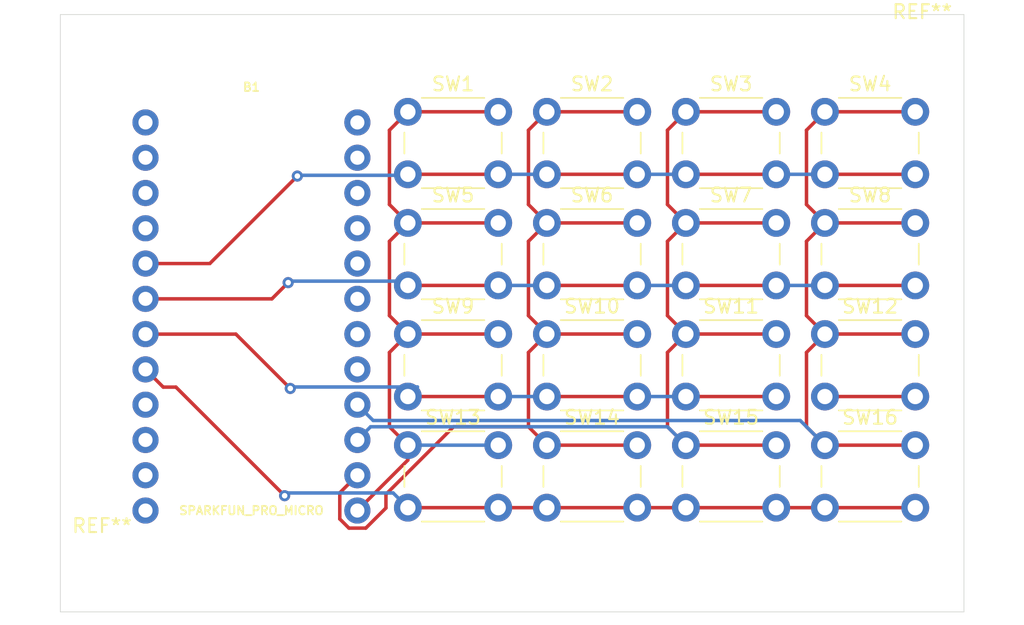
<source format=kicad_pcb>
(kicad_pcb (version 20240108) (generator "pcbnew") (generator_version "8.0")
  (layers (0 "F.Cu" signal) (31 "B.Cu" signal) (34 "B.Paste" user) (35 "F.Paste" user) (36 "B.SilkS" user "B.Silkscreen") (37 "F.SilkS" user "F.Silkscreen") (38 "B.Mask" user) (39 "F.Mask" user) (44 "Edge.Cuts" user))
  (net 0 "")
  (net 1 "Net-(B1-Pad1)")
  (net 2 "Net-(B1-Pad2)")
  (net 3 "Net-(B1-Pad3)")
  (net 4 "Net-(B1-Pad4)")
  (net 5 "Net-(B1-Pad5)")
  (net 6 "Net-(B1-Pad6)")
  (net 7 "Net-(B1-Pad7)")
  (net 8 "Net-(B1-Pad8)")
  (net 9 "Net-(B1-Pad9)")
  (net 10 "Net-(B1-Pad10)")
  (net 11 "Net-(B1-Pad11)")
  (net 12 "Net-(B1-Pad12)")
  (net 13 "Net-(B1-Pad13)")
  (net 14 "Net-(B1-Pad14)")
  (net 15 "Net-(B1-Pad15)")
  (net 16 "Net-(B1-Pad16)")
  (net 17 "Net-(B1-Pad17)")
  (net 18 "Net-(B1-Pad18)")
  (net 19 "Net-(B1-Pad19)")
  (net 20 "Net-(B1-Pad20)")
  (net 21 "Net-(B1-Pad21)")
  (net 22 "Net-(B1-Pad22)")
  (net 23 "Net-(B1-Pad23)")
  (net 24 "Net-(B1-Pad24)")
  (footprint "Boards:SPARKFUN_PRO_MICRO" (layer "F.Cu") (at 88.7476 45.466)
    (property "Reference" "B1" (at 0 -15.24 0) (layer "F.SilkS") (effects (font (size 0.6096 0.6096) (thickness 0.127))))
    (property "Value" "SPARKFUN_PRO_MICRO" (at 0 15.24 0) (layer "F.SilkS") (effects (font (size 0.6096 0.6096) (thickness 0.127))))
    (pad "1" thru_hole circle (at -7.62 -12.7) (size 1.8796 1.8796) (drill 1.016) (layers "*.Cu" "*.Mask") (net 1 "Net-(B1-Pad1)"))
    (pad "2" thru_hole circle (at -7.62 -10.16) (size 1.8796 1.8796) (drill 1.016) (layers "*.Cu" "*.Mask") (net 2 "Net-(B1-Pad2)"))
    (pad "3" thru_hole circle (at -7.62 -7.62) (size 1.8796 1.8796) (drill 1.016) (layers "*.Cu" "*.Mask") (net 3 "Net-(B1-Pad3)"))
    (pad "4" thru_hole circle (at -7.62 -5.08) (size 1.8796 1.8796) (drill 1.016) (layers "*.Cu" "*.Mask") (net 4 "Net-(B1-Pad4)"))
    (pad "5" thru_hole circle (at -7.62 -2.54) (size 1.8796 1.8796) (drill 1.016) (layers "*.Cu" "*.Mask") (net 5 "Net-(B1-Pad5)"))
    (pad "6" thru_hole circle (at -7.62 0) (size 1.8796 1.8796) (drill 1.016) (layers "*.Cu" "*.Mask") (net 6 "Net-(B1-Pad6)"))
    (pad "7" thru_hole circle (at -7.62 2.54) (size 1.8796 1.8796) (drill 1.016) (layers "*.Cu" "*.Mask") (net 7 "Net-(B1-Pad7)"))
    (pad "8" thru_hole circle (at -7.62 5.08) (size 1.8796 1.8796) (drill 1.016) (layers "*.Cu" "*.Mask") (net 8 "Net-(B1-Pad8)"))
    (pad "9" thru_hole circle (at -7.62 7.62) (size 1.8796 1.8796) (drill 1.016) (layers "*.Cu" "*.Mask") (net 9 "Net-(B1-Pad9)"))
    (pad "10" thru_hole circle (at -7.62 10.16) (size 1.8796 1.8796) (drill 1.016) (layers "*.Cu" "*.Mask") (net 10 "Net-(B1-Pad10)"))
    (pad "11" thru_hole circle (at -7.62 12.7) (size 1.8796 1.8796) (drill 1.016) (layers "*.Cu" "*.Mask") (net 11 "Net-(B1-Pad11)"))
    (pad "12" thru_hole circle (at -7.62 15.24) (size 1.8796 1.8796) (drill 1.016) (layers "*.Cu" "*.Mask") (net 12 "Net-(B1-Pad12)"))
    (pad "13" thru_hole circle (at 7.62 15.24) (size 1.8796 1.8796) (drill 1.016) (layers "*.Cu" "*.Mask") (net 13 "Net-(B1-Pad13)"))
    (pad "14" thru_hole circle (at 7.62 12.7) (size 1.8796 1.8796) (drill 1.016) (layers "*.Cu" "*.Mask") (net 14 "Net-(B1-Pad14)"))
    (pad "15" thru_hole circle (at 7.62 10.16) (size 1.8796 1.8796) (drill 1.016) (layers "*.Cu" "*.Mask") (net 15 "Net-(B1-Pad15)"))
    (pad "16" thru_hole circle (at 7.62 7.62) (size 1.8796 1.8796) (drill 1.016) (layers "*.Cu" "*.Mask") (net 16 "Net-(B1-Pad16)"))
    (pad "17" thru_hole circle (at 7.62 5.08) (size 1.8796 1.8796) (drill 1.016) (layers "*.Cu" "*.Mask") (net 17 "Net-(B1-Pad17)"))
    (pad "18" thru_hole circle (at 7.62 2.54) (size 1.8796 1.8796) (drill 1.016) (layers "*.Cu" "*.Mask") (net 18 "Net-(B1-Pad18)"))
    (pad "19" thru_hole circle (at 7.62 0) (size 1.8796 1.8796) (drill 1.016) (layers "*.Cu" "*.Mask") (net 19 "Net-(B1-Pad19)"))
    (pad "20" thru_hole circle (at 7.62 -2.54) (size 1.8796 1.8796) (drill 1.016) (layers "*.Cu" "*.Mask") (net 20 "Net-(B1-Pad20)"))
    (pad "21" thru_hole circle (at 7.62 -5.08) (size 1.8796 1.8796) (drill 1.016) (layers "*.Cu" "*.Mask") (net 21 "Net-(B1-Pad21)"))
    (pad "22" thru_hole circle (at 7.62 -7.62) (size 1.8796 1.8796) (drill 1.016) (layers "*.Cu" "*.Mask") (net 22 "Net-(B1-Pad22)"))
    (pad "23" thru_hole circle (at 7.62 -10.16) (size 1.8796 1.8796) (drill 1.016) (layers "*.Cu" "*.Mask") (net 23 "Net-(B1-Pad23)"))
    (pad "24" thru_hole circle (at 7.62 -12.7) (size 1.8796 1.8796) (drill 1.016) (layers "*.Cu" "*.Mask") (net 24 "Net-(B1-Pad24)"))
  )
  (footprint "Button_Switch_THT:SW_PUSH_6mm_H4.3mm" (layer "F.Cu") (at 100 32)
    (property "Reference" "SW1" (at 3.25 -2 0) (layer "F.SilkS"))
    (property "Value" "SW")
    (fp_line (start -0.25 1.5) (end -0.25 3) (stroke (width 0.12)) (layer "F.SilkS"))
    (fp_line (start 1 5.5) (end 5.5 5.5) (stroke (width 0.12)) (layer "F.SilkS"))
    (fp_line (start 5.5 -1) (end 1 -1) (stroke (width 0.12)) (layer "F.SilkS"))
    (fp_line (start 6.75 3) (end 6.75 1.5) (stroke (width 0.12)) (layer "F.SilkS"))
    (pad "1" thru_hole circle (at 0 0 90) (size 2 2) (drill 1.1) (layers "*.Cu" "*.Mask") (net 13 "Net-(B1-Pad13)"))
    (pad "1" thru_hole circle (at 6.5 0 90) (size 2 2) (drill 1.1) (layers "*.Cu" "*.Mask") (net 13 "Net-(B1-Pad13)"))
    (pad "2" thru_hole circle (at 0 4.5 90) (size 2 2) (drill 1.1) (layers "*.Cu" "*.Mask") (net 5 "Net-(B1-Pad5)"))
    (pad "2" thru_hole circle (at 6.5 4.5 90) (size 2 2) (drill 1.1) (layers "*.Cu" "*.Mask") (net 5 "Net-(B1-Pad5)"))
  )
  (footprint "Button_Switch_THT:SW_PUSH_6mm_H4.3mm" (layer "F.Cu") (at 110 32)
    (property "Reference" "SW2" (at 3.25 -2 0) (layer "F.SilkS"))
    (property "Value" "SW_Push")
    (fp_line (start -0.25 1.5) (end -0.25 3) (stroke (width 0.12)) (layer "F.SilkS"))
    (fp_line (start 1 5.5) (end 5.5 5.5) (stroke (width 0.12)) (layer "F.SilkS"))
    (fp_line (start 5.5 -1) (end 1 -1) (stroke (width 0.12)) (layer "F.SilkS"))
    (fp_line (start 6.75 3) (end 6.75 1.5) (stroke (width 0.12)) (layer "F.SilkS"))
    (pad "1" thru_hole circle (at 0 0 90) (size 2 2) (drill 1.1) (layers "*.Cu" "*.Mask") (net 14 "Net-(B1-Pad14)"))
    (pad "1" thru_hole circle (at 6.5 0 90) (size 2 2) (drill 1.1) (layers "*.Cu" "*.Mask") (net 14 "Net-(B1-Pad14)"))
    (pad "2" thru_hole circle (at 0 4.5 90) (size 2 2) (drill 1.1) (layers "*.Cu" "*.Mask") (net 5 "Net-(B1-Pad5)"))
    (pad "2" thru_hole circle (at 6.5 4.5 90) (size 2 2) (drill 1.1) (layers "*.Cu" "*.Mask") (net 5 "Net-(B1-Pad5)"))
  )
  (footprint "Button_Switch_THT:SW_PUSH_6mm_H4.3mm" (layer "F.Cu") (at 120 32)
    (property "Reference" "SW3" (at 3.25 -2 0) (layer "F.SilkS"))
    (property "Value" "SW_Push")
    (fp_line (start -0.25 1.5) (end -0.25 3) (stroke (width 0.12)) (layer "F.SilkS"))
    (fp_line (start 1 5.5) (end 5.5 5.5) (stroke (width 0.12)) (layer "F.SilkS"))
    (fp_line (start 5.5 -1) (end 1 -1) (stroke (width 0.12)) (layer "F.SilkS"))
    (fp_line (start 6.75 3) (end 6.75 1.5) (stroke (width 0.12)) (layer "F.SilkS"))
    (pad "1" thru_hole circle (at 0 0 90) (size 2 2) (drill 1.1) (layers "*.Cu" "*.Mask") (net 15 "Net-(B1-Pad15)"))
    (pad "1" thru_hole circle (at 6.5 0 90) (size 2 2) (drill 1.1) (layers "*.Cu" "*.Mask") (net 15 "Net-(B1-Pad15)"))
    (pad "2" thru_hole circle (at 0 4.5 90) (size 2 2) (drill 1.1) (layers "*.Cu" "*.Mask") (net 5 "Net-(B1-Pad5)"))
    (pad "2" thru_hole circle (at 6.5 4.5 90) (size 2 2) (drill 1.1) (layers "*.Cu" "*.Mask") (net 5 "Net-(B1-Pad5)"))
  )
  (footprint "Button_Switch_THT:SW_PUSH_6mm_H4.3mm" (layer "F.Cu") (at 130 32)
    (property "Reference" "SW4" (at 3.25 -2 0) (layer "F.SilkS"))
    (property "Value" "SW_Push")
    (fp_line (start -0.25 1.5) (end -0.25 3) (stroke (width 0.12)) (layer "F.SilkS"))
    (fp_line (start 1 5.5) (end 5.5 5.5) (stroke (width 0.12)) (layer "F.SilkS"))
    (fp_line (start 5.5 -1) (end 1 -1) (stroke (width 0.12)) (layer "F.SilkS"))
    (fp_line (start 6.75 3) (end 6.75 1.5) (stroke (width 0.12)) (layer "F.SilkS"))
    (pad "1" thru_hole circle (at 0 0 90) (size 2 2) (drill 1.1) (layers "*.Cu" "*.Mask") (net 16 "Net-(B1-Pad16)"))
    (pad "1" thru_hole circle (at 6.5 0 90) (size 2 2) (drill 1.1) (layers "*.Cu" "*.Mask") (net 16 "Net-(B1-Pad16)"))
    (pad "2" thru_hole circle (at 0 4.5 90) (size 2 2) (drill 1.1) (layers "*.Cu" "*.Mask") (net 5 "Net-(B1-Pad5)"))
    (pad "2" thru_hole circle (at 6.5 4.5 90) (size 2 2) (drill 1.1) (layers "*.Cu" "*.Mask") (net 5 "Net-(B1-Pad5)"))
  )
  (footprint "Button_Switch_THT:SW_PUSH_6mm_H4.3mm" (layer "F.Cu") (at 100 40)
    (property "Reference" "SW5" (at 3.25 -2 0) (layer "F.SilkS"))
    (property "Value" "SW_Push")
    (fp_line (start -0.25 1.5) (end -0.25 3) (stroke (width 0.12)) (layer "F.SilkS"))
    (fp_line (start 1 5.5) (end 5.5 5.5) (stroke (width 0.12)) (layer "F.SilkS"))
    (fp_line (start 5.5 -1) (end 1 -1) (stroke (width 0.12)) (layer "F.SilkS"))
    (fp_line (start 6.75 3) (end 6.75 1.5) (stroke (width 0.12)) (layer "F.SilkS"))
    (pad "1" thru_hole circle (at 0 0 90) (size 2 2) (drill 1.1) (layers "*.Cu" "*.Mask") (net 13 "Net-(B1-Pad13)"))
    (pad "1" thru_hole circle (at 6.5 0 90) (size 2 2) (drill 1.1) (layers "*.Cu" "*.Mask") (net 13 "Net-(B1-Pad13)"))
    (pad "2" thru_hole circle (at 0 4.5 90) (size 2 2) (drill 1.1) (layers "*.Cu" "*.Mask") (net 6 "Net-(B1-Pad6)"))
    (pad "2" thru_hole circle (at 6.5 4.5 90) (size 2 2) (drill 1.1) (layers "*.Cu" "*.Mask") (net 6 "Net-(B1-Pad6)"))
  )
  (footprint "Button_Switch_THT:SW_PUSH_6mm_H4.3mm" (layer "F.Cu") (at 110 40)
    (property "Reference" "SW6" (at 3.25 -2 0) (layer "F.SilkS"))
    (property "Value" "SW_Push")
    (fp_line (start -0.25 1.5) (end -0.25 3) (stroke (width 0.12)) (layer "F.SilkS"))
    (fp_line (start 1 5.5) (end 5.5 5.5) (stroke (width 0.12)) (layer "F.SilkS"))
    (fp_line (start 5.5 -1) (end 1 -1) (stroke (width 0.12)) (layer "F.SilkS"))
    (fp_line (start 6.75 3) (end 6.75 1.5) (stroke (width 0.12)) (layer "F.SilkS"))
    (pad "1" thru_hole circle (at 0 0 90) (size 2 2) (drill 1.1) (layers "*.Cu" "*.Mask") (net 14 "Net-(B1-Pad14)"))
    (pad "1" thru_hole circle (at 6.5 0 90) (size 2 2) (drill 1.1) (layers "*.Cu" "*.Mask") (net 14 "Net-(B1-Pad14)"))
    (pad "2" thru_hole circle (at 0 4.5 90) (size 2 2) (drill 1.1) (layers "*.Cu" "*.Mask") (net 6 "Net-(B1-Pad6)"))
    (pad "2" thru_hole circle (at 6.5 4.5 90) (size 2 2) (drill 1.1) (layers "*.Cu" "*.Mask") (net 6 "Net-(B1-Pad6)"))
  )
  (footprint "Button_Switch_THT:SW_PUSH_6mm_H4.3mm" (layer "F.Cu") (at 120 40)
    (property "Reference" "SW7" (at 3.25 -2 0) (layer "F.SilkS"))
    (property "Value" "SW_Push")
    (fp_line (start -0.25 1.5) (end -0.25 3) (stroke (width 0.12)) (layer "F.SilkS"))
    (fp_line (start 1 5.5) (end 5.5 5.5) (stroke (width 0.12)) (layer "F.SilkS"))
    (fp_line (start 5.5 -1) (end 1 -1) (stroke (width 0.12)) (layer "F.SilkS"))
    (fp_line (start 6.75 3) (end 6.75 1.5) (stroke (width 0.12)) (layer "F.SilkS"))
    (pad "1" thru_hole circle (at 0 0 90) (size 2 2) (drill 1.1) (layers "*.Cu" "*.Mask") (net 15 "Net-(B1-Pad15)"))
    (pad "1" thru_hole circle (at 6.5 0 90) (size 2 2) (drill 1.1) (layers "*.Cu" "*.Mask") (net 15 "Net-(B1-Pad15)"))
    (pad "2" thru_hole circle (at 0 4.5 90) (size 2 2) (drill 1.1) (layers "*.Cu" "*.Mask") (net 6 "Net-(B1-Pad6)"))
    (pad "2" thru_hole circle (at 6.5 4.5 90) (size 2 2) (drill 1.1) (layers "*.Cu" "*.Mask") (net 6 "Net-(B1-Pad6)"))
  )
  (footprint "Button_Switch_THT:SW_PUSH_6mm_H4.3mm" (layer "F.Cu") (at 130 40)
    (property "Reference" "SW8" (at 3.25 -2 0) (layer "F.SilkS"))
    (property "Value" "SW_Push")
    (fp_line (start -0.25 1.5) (end -0.25 3) (stroke (width 0.12)) (layer "F.SilkS"))
    (fp_line (start 1 5.5) (end 5.5 5.5) (stroke (width 0.12)) (layer "F.SilkS"))
    (fp_line (start 5.5 -1) (end 1 -1) (stroke (width 0.12)) (layer "F.SilkS"))
    (fp_line (start 6.75 3) (end 6.75 1.5) (stroke (width 0.12)) (layer "F.SilkS"))
    (pad "1" thru_hole circle (at 0 0 90) (size 2 2) (drill 1.1) (layers "*.Cu" "*.Mask") (net 16 "Net-(B1-Pad16)"))
    (pad "1" thru_hole circle (at 6.5 0 90) (size 2 2) (drill 1.1) (layers "*.Cu" "*.Mask") (net 16 "Net-(B1-Pad16)"))
    (pad "2" thru_hole circle (at 0 4.5 90) (size 2 2) (drill 1.1) (layers "*.Cu" "*.Mask") (net 6 "Net-(B1-Pad6)"))
    (pad "2" thru_hole circle (at 6.5 4.5 90) (size 2 2) (drill 1.1) (layers "*.Cu" "*.Mask") (net 6 "Net-(B1-Pad6)"))
  )
  (footprint "Button_Switch_THT:SW_PUSH_6mm_H4.3mm" (layer "F.Cu") (at 100 48)
    (property "Reference" "SW9" (at 3.25 -2 0) (layer "F.SilkS"))
    (property "Value" "SW_Push")
    (fp_line (start -0.25 1.5) (end -0.25 3) (stroke (width 0.12)) (layer "F.SilkS"))
    (fp_line (start 1 5.5) (end 5.5 5.5) (stroke (width 0.12)) (layer "F.SilkS"))
    (fp_line (start 5.5 -1) (end 1 -1) (stroke (width 0.12)) (layer "F.SilkS"))
    (fp_line (start 6.75 3) (end 6.75 1.5) (stroke (width 0.12)) (layer "F.SilkS"))
    (pad "1" thru_hole circle (at 0 0 90) (size 2 2) (drill 1.1) (layers "*.Cu" "*.Mask") (net 13 "Net-(B1-Pad13)"))
    (pad "1" thru_hole circle (at 6.5 0 90) (size 2 2) (drill 1.1) (layers "*.Cu" "*.Mask") (net 13 "Net-(B1-Pad13)"))
    (pad "2" thru_hole circle (at 0 4.5 90) (size 2 2) (drill 1.1) (layers "*.Cu" "*.Mask") (net 7 "Net-(B1-Pad7)"))
    (pad "2" thru_hole circle (at 6.5 4.5 90) (size 2 2) (drill 1.1) (layers "*.Cu" "*.Mask") (net 7 "Net-(B1-Pad7)"))
  )
  (footprint "Button_Switch_THT:SW_PUSH_6mm_H4.3mm" (layer "F.Cu") (at 110 48)
    (property "Reference" "SW10" (at 3.25 -2 0) (layer "F.SilkS"))
    (property "Value" "SW_Push")
    (fp_line (start -0.25 1.5) (end -0.25 3) (stroke (width 0.12)) (layer "F.SilkS"))
    (fp_line (start 1 5.5) (end 5.5 5.5) (stroke (width 0.12)) (layer "F.SilkS"))
    (fp_line (start 5.5 -1) (end 1 -1) (stroke (width 0.12)) (layer "F.SilkS"))
    (fp_line (start 6.75 3) (end 6.75 1.5) (stroke (width 0.12)) (layer "F.SilkS"))
    (pad "1" thru_hole circle (at 0 0 90) (size 2 2) (drill 1.1) (layers "*.Cu" "*.Mask") (net 14 "Net-(B1-Pad14)"))
    (pad "1" thru_hole circle (at 6.5 0 90) (size 2 2) (drill 1.1) (layers "*.Cu" "*.Mask") (net 14 "Net-(B1-Pad14)"))
    (pad "2" thru_hole circle (at 0 4.5 90) (size 2 2) (drill 1.1) (layers "*.Cu" "*.Mask") (net 7 "Net-(B1-Pad7)"))
    (pad "2" thru_hole circle (at 6.5 4.5 90) (size 2 2) (drill 1.1) (layers "*.Cu" "*.Mask") (net 7 "Net-(B1-Pad7)"))
  )
  (footprint "Button_Switch_THT:SW_PUSH_6mm_H4.3mm" (layer "F.Cu") (at 120 48)
    (property "Reference" "SW11" (at 3.25 -2 0) (layer "F.SilkS"))
    (property "Value" "SW_Push")
    (fp_line (start -0.25 1.5) (end -0.25 3) (stroke (width 0.12)) (layer "F.SilkS"))
    (fp_line (start 1 5.5) (end 5.5 5.5) (stroke (width 0.12)) (layer "F.SilkS"))
    (fp_line (start 5.5 -1) (end 1 -1) (stroke (width 0.12)) (layer "F.SilkS"))
    (fp_line (start 6.75 3) (end 6.75 1.5) (stroke (width 0.12)) (layer "F.SilkS"))
    (pad "1" thru_hole circle (at 0 0 90) (size 2 2) (drill 1.1) (layers "*.Cu" "*.Mask") (net 15 "Net-(B1-Pad15)"))
    (pad "1" thru_hole circle (at 6.5 0 90) (size 2 2) (drill 1.1) (layers "*.Cu" "*.Mask") (net 15 "Net-(B1-Pad15)"))
    (pad "2" thru_hole circle (at 0 4.5 90) (size 2 2) (drill 1.1) (layers "*.Cu" "*.Mask") (net 7 "Net-(B1-Pad7)"))
    (pad "2" thru_hole circle (at 6.5 4.5 90) (size 2 2) (drill 1.1) (layers "*.Cu" "*.Mask") (net 7 "Net-(B1-Pad7)"))
  )
  (footprint "Button_Switch_THT:SW_PUSH_6mm_H4.3mm" (layer "F.Cu") (at 130 48)
    (property "Reference" "SW12" (at 3.25 -2 0) (layer "F.SilkS"))
    (property "Value" "SW_Push")
    (fp_line (start -0.25 1.5) (end -0.25 3) (stroke (width 0.12)) (layer "F.SilkS"))
    (fp_line (start 1 5.5) (end 5.5 5.5) (stroke (width 0.12)) (layer "F.SilkS"))
    (fp_line (start 5.5 -1) (end 1 -1) (stroke (width 0.12)) (layer "F.SilkS"))
    (fp_line (start 6.75 3) (end 6.75 1.5) (stroke (width 0.12)) (layer "F.SilkS"))
    (pad "1" thru_hole circle (at 0 0 90) (size 2 2) (drill 1.1) (layers "*.Cu" "*.Mask") (net 16 "Net-(B1-Pad16)"))
    (pad "1" thru_hole circle (at 6.5 0 90) (size 2 2) (drill 1.1) (layers "*.Cu" "*.Mask") (net 16 "Net-(B1-Pad16)"))
    (pad "2" thru_hole circle (at 0 4.5 90) (size 2 2) (drill 1.1) (layers "*.Cu" "*.Mask") (net 7 "Net-(B1-Pad7)"))
    (pad "2" thru_hole circle (at 6.5 4.5 90) (size 2 2) (drill 1.1) (layers "*.Cu" "*.Mask") (net 7 "Net-(B1-Pad7)"))
  )
  (footprint "Button_Switch_THT:SW_PUSH_6mm_H4.3mm" (layer "F.Cu") (at 100 56)
    (property "Reference" "SW13" (at 3.25 -2 0) (layer "F.SilkS"))
    (property "Value" "SW_Push")
    (fp_line (start -0.25 1.5) (end -0.25 3) (stroke (width 0.12)) (layer "F.SilkS"))
    (fp_line (start 1 5.5) (end 5.5 5.5) (stroke (width 0.12)) (layer "F.SilkS"))
    (fp_line (start 5.5 -1) (end 1 -1) (stroke (width 0.12)) (layer "F.SilkS"))
    (fp_line (start 6.75 3) (end 6.75 1.5) (stroke (width 0.12)) (layer "F.SilkS"))
    (pad "1" thru_hole circle (at 0 0 90) (size 2 2) (drill 1.1) (layers "*.Cu" "*.Mask") (net 13 "Net-(B1-Pad13)"))
    (pad "1" thru_hole circle (at 6.5 0 90) (size 2 2) (drill 1.1) (layers "*.Cu" "*.Mask") (net 13 "Net-(B1-Pad13)"))
    (pad "2" thru_hole circle (at 0 4.5 90) (size 2 2) (drill 1.1) (layers "*.Cu" "*.Mask") (net 8 "Net-(B1-Pad8)"))
    (pad "2" thru_hole circle (at 6.5 4.5 90) (size 2 2) (drill 1.1) (layers "*.Cu" "*.Mask") (net 8 "Net-(B1-Pad8)"))
  )
  (footprint "Button_Switch_THT:SW_PUSH_6mm_H4.3mm" (layer "F.Cu") (at 110 56)
    (property "Reference" "SW14" (at 3.25 -2 0) (layer "F.SilkS"))
    (property "Value" "SW_Push")
    (fp_line (start -0.25 1.5) (end -0.25 3) (stroke (width 0.12)) (layer "F.SilkS"))
    (fp_line (start 1 5.5) (end 5.5 5.5) (stroke (width 0.12)) (layer "F.SilkS"))
    (fp_line (start 5.5 -1) (end 1 -1) (stroke (width 0.12)) (layer "F.SilkS"))
    (fp_line (start 6.75 3) (end 6.75 1.5) (stroke (width 0.12)) (layer "F.SilkS"))
    (pad "1" thru_hole circle (at 0 0 90) (size 2 2) (drill 1.1) (layers "*.Cu" "*.Mask") (net 14 "Net-(B1-Pad14)"))
    (pad "1" thru_hole circle (at 6.5 0 90) (size 2 2) (drill 1.1) (layers "*.Cu" "*.Mask") (net 14 "Net-(B1-Pad14)"))
    (pad "2" thru_hole circle (at 0 4.5 90) (size 2 2) (drill 1.1) (layers "*.Cu" "*.Mask") (net 8 "Net-(B1-Pad8)"))
    (pad "2" thru_hole circle (at 6.5 4.5 90) (size 2 2) (drill 1.1) (layers "*.Cu" "*.Mask") (net 8 "Net-(B1-Pad8)"))
  )
  (footprint "Button_Switch_THT:SW_PUSH_6mm_H4.3mm" (layer "F.Cu") (at 120 56)
    (property "Reference" "SW15" (at 3.25 -2 0) (layer "F.SilkS"))
    (property "Value" "SW_Push")
    (fp_line (start -0.25 1.5) (end -0.25 3) (stroke (width 0.12)) (layer "F.SilkS"))
    (fp_line (start 1 5.5) (end 5.5 5.5) (stroke (width 0.12)) (layer "F.SilkS"))
    (fp_line (start 5.5 -1) (end 1 -1) (stroke (width 0.12)) (layer "F.SilkS"))
    (fp_line (start 6.75 3) (end 6.75 1.5) (stroke (width 0.12)) (layer "F.SilkS"))
    (pad "1" thru_hole circle (at 0 0 90) (size 2 2) (drill 1.1) (layers "*.Cu" "*.Mask") (net 15 "Net-(B1-Pad15)"))
    (pad "1" thru_hole circle (at 6.5 0 90) (size 2 2) (drill 1.1) (layers "*.Cu" "*.Mask") (net 15 "Net-(B1-Pad15)"))
    (pad "2" thru_hole circle (at 0 4.5 90) (size 2 2) (drill 1.1) (layers "*.Cu" "*.Mask") (net 8 "Net-(B1-Pad8)"))
    (pad "2" thru_hole circle (at 6.5 4.5 90) (size 2 2) (drill 1.1) (layers "*.Cu" "*.Mask") (net 8 "Net-(B1-Pad8)"))
  )
  (footprint "Button_Switch_THT:SW_PUSH_6mm_H4.3mm" (layer "F.Cu") (at 130 56)
    (property "Reference" "SW16" (at 3.25 -2 0) (layer "F.SilkS"))
    (property "Value" "SW_Push")
    (fp_line (start -0.25 1.5) (end -0.25 3) (stroke (width 0.12)) (layer "F.SilkS"))
    (fp_line (start 1 5.5) (end 5.5 5.5) (stroke (width 0.12)) (layer "F.SilkS"))
    (fp_line (start 5.5 -1) (end 1 -1) (stroke (width 0.12)) (layer "F.SilkS"))
    (fp_line (start 6.75 3) (end 6.75 1.5) (stroke (width 0.12)) (layer "F.SilkS"))
    (pad "1" thru_hole circle (at 0 0 90) (size 2 2) (drill 1.1) (layers "*.Cu" "*.Mask") (net 16 "Net-(B1-Pad16)"))
    (pad "1" thru_hole circle (at 6.5 0 90) (size 2 2) (drill 1.1) (layers "*.Cu" "*.Mask") (net 16 "Net-(B1-Pad16)"))
    (pad "2" thru_hole circle (at 0 4.5 90) (size 2 2) (drill 1.1) (layers "*.Cu" "*.Mask") (net 8 "Net-(B1-Pad8)"))
    (pad "2" thru_hole circle (at 6.5 4.5 90) (size 2 2) (drill 1.1) (layers "*.Cu" "*.Mask") (net 8 "Net-(B1-Pad8)"))
  )
  (footprint "MountingHole:MountingHole_2mm" (layer "F.Cu") (at 137 28)
    (property "Reference" "REF**" (at 0 -3.2 0) (layer "F.SilkS"))
    (property "Value" "MountingHole_2mm")
    (pad "" np_thru_hole circle (at 0 0) (size 2 2) (drill 2) (layers "*.Cu" "*.Mask"))
  )
  (footprint "MountingHole:MountingHole_2mm" (layer "F.Cu") (at 78 65)
    (property "Reference" "REF**" (at 0 -3.2 0) (layer "F.SilkS"))
    (property "Value" "MountingHole_2mm")
    (pad "" np_thru_hole circle (at 0 0) (size 2 2) (drill 2) (layers "*.Cu" "*.Mask"))
  )
  (gr_line (start 140 68) (end 75 68) (stroke (width 0.05)) (layer "Edge.Cuts"))
  (gr_line (start 140 68) (end 140 25) (stroke (width 0.05)) (layer "Edge.Cuts"))
  (gr_line (start 75 25) (end 140 25) (stroke (width 0.05)) (layer "Edge.Cuts"))
  (gr_line (start 75 25) (end 75 68) (stroke (width 0.05)) (layer "Edge.Cuts"))
  (segment (start 92.0496 36.6268) (end 85.7504 42.926) (width 0.25) (layer "F.Cu") (net 5))
  (segment (start 116.5 36.5) (end 110 36.5) (width 0.25) (layer "F.Cu") (net 5))
  (segment (start 106.5 36.5) (end 100 36.5) (width 0.25) (layer "F.Cu") (net 5))
  (segment (start 85.7504 42.926) (end 81.1276 42.926) (width 0.25) (layer "F.Cu") (net 5))
  (segment (start 126.5 36.5) (end 120 36.5) (width 0.25) (layer "F.Cu") (net 5))
  (segment (start 136.5 36.5) (end 130 36.5) (width 0.25) (layer "F.Cu") (net 5))
  (via (at 92.0496 36.6268) (size 0.8) (drill 0.4) (layers "F.Cu" "B.Cu") (net 5))
  (segment (start 100 36.5) (end 99.929199 36.570801) (width 0.25) (layer "B.Cu") (net 5))
  (segment (start 106.5 36.5) (end 110 36.5) (width 0.25) (layer "B.Cu") (net 5))
  (segment (start 92.105599 36.570801) (end 92.0496 36.6268) (width 0.25) (layer "B.Cu") (net 5))
  (segment (start 116.5 36.5) (end 120 36.5) (width 0.25) (layer "B.Cu") (net 5))
  (segment (start 99.929199 36.570801) (end 92.105599 36.570801) (width 0.25) (layer "B.Cu") (net 5))
  (segment (start 126.5 36.5) (end 130 36.5) (width 0.25) (layer "B.Cu") (net 5))
  (segment (start 100 44.5) (end 106.5 44.5) (width 0.25) (layer "F.Cu") (net 6))
  (segment (start 110 44.5) (end 116.5 44.5) (width 0.25) (layer "F.Cu") (net 6))
  (segment (start 120 44.5) (end 126.5 44.5) (width 0.25) (layer "F.Cu") (net 6))
  (segment (start 91.3892 44.2976) (end 90.2208 45.466) (width 0.25) (layer "F.Cu") (net 6))
  (segment (start 90.2208 45.466) (end 81.1276 45.466) (width 0.25) (layer "F.Cu") (net 6))
  (segment (start 130 44.5) (end 136.5 44.5) (width 0.25) (layer "F.Cu") (net 6))
  (via (at 91.3892 44.2976) (size 0.8) (drill 0.4) (layers "F.Cu" "B.Cu") (net 6))
  (segment (start 100.309199 44.190801) (end 91.495999 44.190801) (width 0.25) (layer "B.Cu") (net 6))
  (segment (start 91.495999 44.190801) (end 91.3892 44.2976) (width 0.25) (layer "B.Cu") (net 6))
  (segment (start 120 44.5) (end 116.5 44.5) (width 0.25) (layer "B.Cu") (net 6))
  (segment (start 100 44.5) (end 100.309199 44.190801) (width 0.25) (layer "B.Cu") (net 6))
  (segment (start 110 44.5) (end 106.5 44.5) (width 0.25) (layer "B.Cu") (net 6))
  (segment (start 130 44.5) (end 126.5 44.5) (width 0.25) (layer "B.Cu") (net 6))
  (segment (start 87.63 48.006) (end 81.1276 48.006) (width 0.25) (layer "F.Cu") (net 7))
  (segment (start 130 52.5) (end 136.5 52.5) (width 0.25) (layer "F.Cu") (net 7))
  (segment (start 100 52.5) (end 106.5 52.5) (width 0.25) (layer "F.Cu") (net 7))
  (segment (start 91.5416 51.9176) (end 87.63 48.006) (width 0.25) (layer "F.Cu") (net 7))
  (segment (start 116.5 52.5) (end 110 52.5) (width 0.25) (layer "F.Cu") (net 7))
  (segment (start 120 52.5) (end 126.5 52.5) (width 0.25) (layer "F.Cu") (net 7))
  (via (at 91.5416 51.9176) (size 0.8) (drill 0.4) (layers "F.Cu" "B.Cu") (net 7))
  (segment (start 100 52.5) (end 100.689199 51.810801) (width 0.25) (layer "B.Cu") (net 7))
  (segment (start 100.689199 51.810801) (end 91.648399 51.810801) (width 0.25) (layer "B.Cu") (net 7))
  (segment (start 91.648399 51.810801) (end 91.5416 51.9176) (width 0.25) (layer "B.Cu") (net 7))
  (segment (start 110 52.5) (end 106.5 52.5) (width 0.25) (layer "B.Cu") (net 7))
  (segment (start 120 52.5) (end 116.5 52.5) (width 0.25) (layer "B.Cu") (net 7))
  (segment (start 100 60.5) (end 106.5 60.5) (width 0.25) (layer "F.Cu") (net 8))
  (segment (start 120 60.5) (end 126.5 60.5) (width 0.25) (layer "F.Cu") (net 8))
  (segment (start 110 60.5) (end 116.5 60.5) (width 0.25) (layer "F.Cu") (net 8))
  (segment (start 126.5 60.5) (end 130 60.5) (width 0.25) (layer "F.Cu") (net 8))
  (segment (start 91.1352 59.6392) (end 83.317199 51.821199) (width 0.25) (layer "F.Cu") (net 8))
  (segment (start 83.317199 51.821199) (end 82.402799 51.821199) (width 0.25) (layer "F.Cu") (net 8))
  (segment (start 82.402799 51.821199) (end 81.1276 50.546) (width 0.25) (layer "F.Cu") (net 8))
  (segment (start 130 60.5) (end 136.5 60.5) (width 0.25) (layer "F.Cu") (net 8))
  (segment (start 106.5 60.5) (end 110 60.5) (width 0.25) (layer "F.Cu") (net 8))
  (segment (start 116.5 60.5) (end 120 60.5) (width 0.25) (layer "F.Cu") (net 8))
  (via (at 91.1352 59.6392) (size 0.8) (drill 0.4) (layers "F.Cu" "B.Cu") (net 8))
  (segment (start 98.941199 59.441199) (end 91.333201 59.441199) (width 0.25) (layer "B.Cu") (net 8))
  (segment (start 100 60.5) (end 98.941199 59.441199) (width 0.25) (layer "B.Cu") (net 8))
  (segment (start 91.333201 59.441199) (end 91.1352 59.6392) (width 0.25) (layer "B.Cu") (net 8))
  (segment (start 100 40) (end 106.5 40) (width 0.25) (layer "F.Cu") (net 13))
  (segment (start 98.674999 41.325001) (end 98.674999 46.674999) (width 0.25) (layer "F.Cu") (net 13))
  (segment (start 100 57.0736) (end 96.3676 60.706) (width 0.25) (layer "F.Cu") (net 13))
  (segment (start 98.674999 38.674999) (end 100 40) (width 0.25) (layer "F.Cu") (net 13))
  (segment (start 100 40) (end 98.674999 41.325001) (width 0.25) (layer "F.Cu") (net 13))
  (segment (start 100 56) (end 100 57.0736) (width 0.25) (layer "F.Cu") (net 13))
  (segment (start 100 48) (end 98.674999 49.325001) (width 0.25) (layer "F.Cu") (net 13))
  (segment (start 98.674999 33.325001) (end 98.674999 38.674999) (width 0.25) (layer "F.Cu") (net 13))
  (segment (start 100 48) (end 106.5 48) (width 0.25) (layer "F.Cu") (net 13))
  (segment (start 100 32) (end 106.5 32) (width 0.25) (layer "F.Cu") (net 13))
  (segment (start 98.674999 54.674999) (end 100 56) (width 0.25) (layer "F.Cu") (net 13))
  (segment (start 98.674999 46.674999) (end 100 48) (width 0.25) (layer "F.Cu") (net 13))
  (segment (start 100 32) (end 98.674999 33.325001) (width 0.25) (layer "F.Cu") (net 13))
  (segment (start 98.674999 49.325001) (end 98.674999 54.674999) (width 0.25) (layer "F.Cu") (net 13))
  (segment (start 100 56) (end 106.5 56) (width 0.25) (layer "B.Cu") (net 13))
  (segment (start 95.102799 61.313105) (end 95.102799 59.430801) (width 0.25) (layer "F.Cu") (net 14))
  (segment (start 95.102799 59.430801) (end 96.3676 58.166) (width 0.25) (layer "F.Cu") (net 14))
  (segment (start 110 32) (end 116.5 32) (width 0.25) (layer "F.Cu") (net 14))
  (segment (start 108.674999 46.674999) (end 110 48) (width 0.25) (layer "F.Cu") (net 14))
  (segment (start 95.760495 61.970801) (end 95.102799 61.313105) (width 0.25) (layer "F.Cu") (net 14))
  (segment (start 96.974705 61.970801) (end 95.760495 61.970801) (width 0.25) (layer "F.Cu") (net 14))
  (segment (start 110 32) (end 108.674999 33.325001) (width 0.25) (layer "F.Cu") (net 14))
  (segment (start 110 40) (end 108.674999 41.325001) (width 0.25) (layer "F.Cu") (net 14))
  (segment (start 108.674999 41.325001) (end 108.674999 46.674999) (width 0.25) (layer "F.Cu") (net 14))
  (segment (start 110 48) (end 108.674999 49.325001) (width 0.25) (layer "F.Cu") (net 14))
  (segment (start 98.423402 59.5376) (end 98.423402 60.522104) (width 0.25) (layer "F.Cu") (net 14))
  (segment (start 110 48) (end 116.5 48) (width 0.25) (layer "F.Cu") (net 14))
  (segment (start 103.286003 54.674999) (end 98.423402 59.5376) (width 0.25) (layer "F.Cu") (net 14))
  (segment (start 110 56) (end 108.674999 54.674999) (width 0.25) (layer "F.Cu") (net 14))
  (segment (start 108.674999 49.325001) (end 108.674999 54.674999) (width 0.25) (layer "F.Cu") (net 14))
  (segment (start 108.674999 38.674999) (end 110 40) (width 0.25) (layer "F.Cu") (net 14))
  (segment (start 98.423402 60.522104) (end 96.974705 61.970801) (width 0.25) (layer "F.Cu") (net 14))
  (segment (start 110 40) (end 116.5 40) (width 0.25) (layer "F.Cu") (net 14))
  (segment (start 108.674999 33.325001) (end 108.674999 38.674999) (width 0.25) (layer "F.Cu") (net 14))
  (segment (start 110 56) (end 116.5 56) (width 0.25) (layer "F.Cu") (net 14))
  (segment (start 108.674999 54.674999) (end 103.286003 54.674999) (width 0.25) (layer "F.Cu") (net 14))
  (segment (start 120 32) (end 126.5 32) (width 0.25) (layer "F.Cu") (net 15))
  (segment (start 120 40) (end 126.5 40) (width 0.25) (layer "F.Cu") (net 15))
  (segment (start 118.674999 49.325001) (end 118.674999 54.674999) (width 0.25) (layer "F.Cu") (net 15))
  (segment (start 120 48) (end 126.5 48) (width 0.25) (layer "F.Cu") (net 15))
  (segment (start 120 40) (end 118.674999 41.325001) (width 0.25) (layer "F.Cu") (net 15))
  (segment (start 118.674999 41.325001) (end 118.674999 46.674999) (width 0.25) (layer "F.Cu") (net 15))
  (segment (start 118.674999 54.674999) (end 120 56) (width 0.25) (layer "F.Cu") (net 15))
  (segment (start 118.674999 46.674999) (end 120 48) (width 0.25) (layer "F.Cu") (net 15))
  (segment (start 120 56) (end 126.5 56) (width 0.25) (layer "F.Cu") (net 15))
  (segment (start 120 32) (end 118.674999 33.325001) (width 0.25) (layer "F.Cu") (net 15))
  (segment (start 120 48) (end 118.674999 49.325001) (width 0.25) (layer "F.Cu") (net 15))
  (segment (start 118.674999 38.674999) (end 120 40) (width 0.25) (layer "F.Cu") (net 15))
  (segment (start 118.674999 33.325001) (end 118.674999 38.674999) (width 0.25) (layer "F.Cu") (net 15))
  (segment (start 97.318601 54.674999) (end 96.3676 55.626) (width 0.25) (layer "B.Cu") (net 15))
  (segment (start 120 56) (end 118.674999 54.674999) (width 0.25) (layer "B.Cu") (net 15))
  (segment (start 118.674999 54.674999) (end 97.318601 54.674999) (width 0.25) (layer "B.Cu") (net 15))
  (segment (start 130 40) (end 136.5 40) (width 0.25) (layer "F.Cu") (net 16))
  (segment (start 128.674999 41.325001) (end 128.674999 46.674999) (width 0.25) (layer "F.Cu") (net 16))
  (segment (start 128.674999 33.325001) (end 128.674999 38.674999) (width 0.25) (layer "F.Cu") (net 16))
  (segment (start 128.674999 49.325001) (end 128.674999 54.674999) (width 0.25) (layer "F.Cu") (net 16))
  (segment (start 130 32) (end 128.674999 33.325001) (width 0.25) (layer "F.Cu") (net 16))
  (segment (start 128.674999 46.674999) (end 130 48) (width 0.25) (layer "F.Cu") (net 16))
  (segment (start 128.674999 54.674999) (end 130 56) (width 0.25) (layer "F.Cu") (net 16))
  (segment (start 130 56) (end 136.5 56) (width 0.25) (layer "F.Cu") (net 16))
  (segment (start 130 40) (end 128.674999 41.325001) (width 0.25) (layer "F.Cu") (net 16))
  (segment (start 128.674999 38.674999) (end 130 40) (width 0.25) (layer "F.Cu") (net 16))
  (segment (start 130 48) (end 136.5 48) (width 0.25) (layer "F.Cu") (net 16))
  (segment (start 130 48) (end 128.674999 49.325001) (width 0.25) (layer "F.Cu") (net 16))
  (segment (start 130 32) (end 136.5 32) (width 0.25) (layer "F.Cu") (net 16))
  (segment (start 130 56) (end 128.224989 54.224989) (width 0.25) (layer "B.Cu") (net 16))
  (segment (start 97.506589 54.224989) (end 96.3676 53.086) (width 0.25) (layer "B.Cu") (net 16))
  (segment (start 128.224989 54.224989) (end 97.506589 54.224989) (width 0.25) (layer "B.Cu") (net 16))
)
</source>
